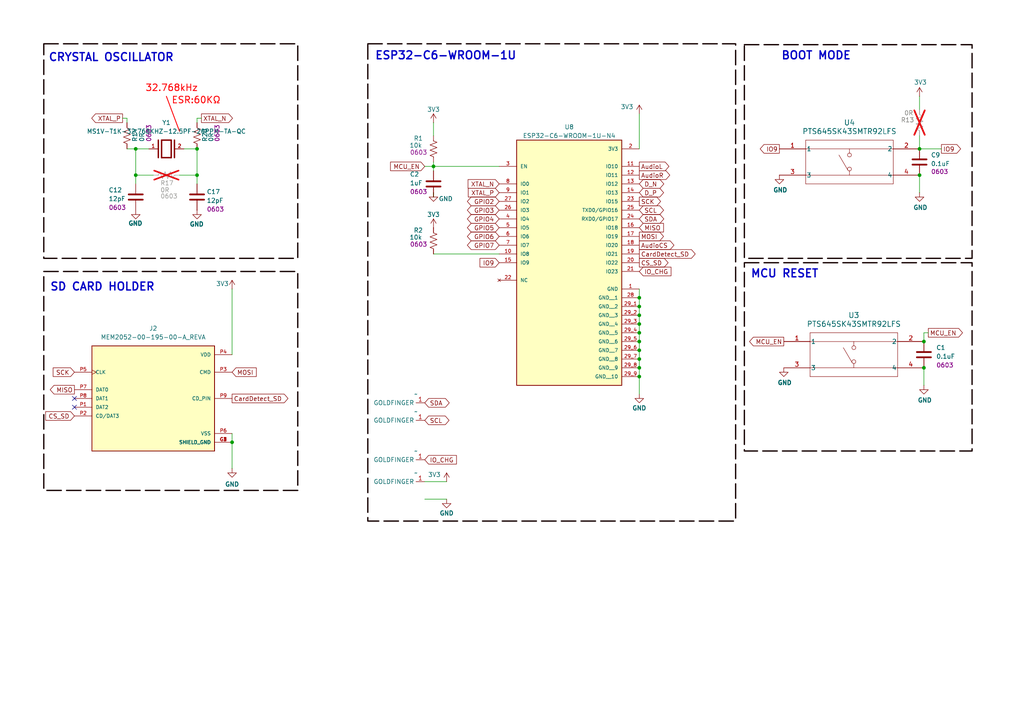
<source format=kicad_sch>
(kicad_sch (version 20250114) (generator "eeschema") (generator_version "9.0")
  (paper "A4")
  (lib_symbols
    (symbol "Device:C" (pin_numbers (hide yes)) (pin_names (offset 0.254))
      (property "Reference" "C" (at 0.635 2.54 0))
      (property "Value" "C" (at 0.635 -2.54 0))
      (symbol "C_0_1"
        (polyline (pts (xy -2.032 0.762) (xy 2.032 0.762)) (stroke (width 0.508)))
        (polyline (pts (xy -2.032 -0.762) (xy 2.032 -0.762)) (stroke (width 0.508)))
      )
      (symbol "C_1_1"
        (pin passive line (at 0 3.81 270) (length 2.794) (name "~") (number "1"))
        (pin passive line (at 0 -3.81 90) (length 2.794) (name "~") (number "2"))
      )
    )
    (symbol "Device:R_US" (pin_numbers (hide yes)) (pin_names (offset 0))
      (property "Reference" "R" (at 2.54 0 90))
      (property "Value" "R_US" (at -2.54 0 90))
      (symbol "R_US_0_1"
        (polyline (pts (xy 0 2.286) (xy 0 2.54)))
        (polyline (pts (xy 0 2.286) (xy 1.016 1.905) (xy 0 1.524) (xy -1.016 1.143) (xy 0 0.762)))
        (polyline (pts (xy 0 0.762) (xy 1.016 0.381) (xy 0 0) (xy -1.016 -0.381) (xy 0 -0.762)))
        (polyline (pts (xy 0 -0.762) (xy 1.016 -1.143) (xy 0 -1.524) (xy -1.016 -1.905) (xy 0 -2.286)))
        (polyline (pts (xy 0 -2.286) (xy 0 -2.54)))
      )
      (symbol "R_US_1_1"
        (pin passive line (at 0 3.81 270) (length 1.27) (name "~") (number "1"))
        (pin passive line (at 0 -3.81 90) (length 1.27) (name "~") (number "2"))
      )
    )
    (symbol "Library:ESP32-C6-WROOM-1U-N4" (pin_names (offset 1.016))
      (property "Reference" "U" (at -15.24 23.622 0))
      (property "Value" "ESP32-C6-WROOM-1U-N4" (at -15.24 -50.8 0))
      (symbol "ESP32-C6-WROOM-1U-N4_0_0"
        (rectangle (start -15.24 -48.26) (end 15.24 22.86) (stroke (width 0.254)) (fill (type background)))
        (pin input line (at -20.32 15.24 0) (length 5.08) (name "EN") (number "3"))
        (pin bidirectional line (at -20.32 10.16 0) (length 5.08) (name "IO0") (number "8"))
        (pin bidirectional line (at -20.32 7.62 0) (length 5.08) (name "IO1") (number "9"))
        (pin bidirectional line (at -20.32 5.08 0) (length 5.08) (name "IO2") (number "27"))
        (pin bidirectional line (at -20.32 2.54 0) (length 5.08) (name "IO3") (number "26"))
        (pin bidirectional line (at -20.32 0 0) (length 5.08) (name "IO4") (number "4"))
        (pin bidirectional line (at -20.32 -2.54 0) (length 5.08) (name "IO5") (number "5"))
        (pin bidirectional line (at -20.32 -5.08 0) (length 5.08) (name "IO6") (number "6"))
        (pin bidirectional line (at -20.32 -7.62 0) (length 5.08) (name "IO7") (number "7"))
        (pin bidirectional line (at -20.32 -10.16 0) (length 5.08) (name "IO8") (number "10"))
        (pin bidirectional line (at -20.32 -12.7 0) (length 5.08) (name "IO9") (number "15"))
        (pin no_connect line (at -20.32 -17.78 0) (length 5.08) (name "NC") (number "22"))
        (pin power_in line (at 20.32 20.32 180) (length 5.08) (name "3V3") (number "2"))
        (pin bidirectional line (at 20.32 15.24 180) (length 5.08) (name "IO10") (number "11"))
        (pin bidirectional line (at 20.32 12.7 180) (length 5.08) (name "IO11") (number "12"))
        (pin bidirectional line (at 20.32 10.16 180) (length 5.08) (name "IO12") (number "13"))
        (pin bidirectional line (at 20.32 7.62 180) (length 5.08) (name "IO13") (number "14"))
        (pin bidirectional line (at 20.32 5.08 180) (length 5.08) (name "IO15") (number "23"))
        (pin bidirectional line (at 20.32 2.54 180) (length 5.08) (name "TXD0/GPIO16") (number "25"))
        (pin bidirectional line (at 20.32 0 180) (length 5.08) (name "RXD0/GPIO17") (number "24"))
        (pin bidirectional line (at 20.32 -2.54 180) (length 5.08) (name "IO18") (number "16"))
        (pin bidirectional line (at 20.32 -5.08 180) (length 5.08) (name "IO19") (number "17"))
        (pin bidirectional line (at 20.32 -7.62 180) (length 5.08) (name "IO20") (number "18"))
        (pin bidirectional line (at 20.32 -10.16 180) (length 5.08) (name "IO21") (number "19"))
        (pin bidirectional line (at 20.32 -12.7 180) (length 5.08) (name "IO22") (number "20"))
        (pin bidirectional line (at 20.32 -15.24 180) (length 5.08) (name "IO23") (number "21"))
        (pin power_in line (at 20.32 -20.32 180) (length 5.08) (name "GND") (number "1"))
        (pin power_in line (at 20.32 -22.86 180) (length 5.08) (name "GND__1") (number "28"))
        (pin power_in line (at 20.32 -25.4 180) (length 5.08) (name "GND__2") (number "29_1"))
        (pin power_in line (at 20.32 -27.94 180) (length 5.08) (name "GND__3") (number "29_2"))
        (pin power_in line (at 20.32 -30.48 180) (length 5.08) (name "GND__4") (number "29_3"))
        (pin power_in line (at 20.32 -33.02 180) (length 5.08) (name "GND__5") (number "29_4"))
        (pin power_in line (at 20.32 -35.56 180) (length 5.08) (name "GND__6") (number "29_5"))
        (pin power_in line (at 20.32 -38.1 180) (length 5.08) (name "GND__7") (number "29_6"))
        (pin power_in line (at 20.32 -40.64 180) (length 5.08) (name "GND__8") (number "29_7"))
        (pin power_in line (at 20.32 -43.18 180) (length 5.08) (name "GND__9") (number "29_8"))
        (pin power_in line (at 20.32 -45.72 180) (length 5.08) (name "GND__10") (number "29_9"))
      )
    )
    (symbol "Library:GoldFingers"
      (symbol "GoldFingers_1_1"
        (pin input line (at 0 0 0) (length 2.54) (name "GOLDFINGER") (number "1"))
      )
    )
    (symbol "Library:MEM2052-00-195-00-A_REVA" (pin_names (offset 1.016))
      (property "Reference" "J" (at -17.78 16.002 0))
      (property "Value" "MEM2052-00-195-00-A_REVA" (at -17.78 -17.78 0))
      (symbol "MEM2052-00-195-00-A_REVA_0_0"
        (rectangle (start -17.78 -15.24) (end 17.78 15.24) (stroke (width 0.254)) (fill (type background)))
        (pin input clock (at -22.86 7.62 0) (length 5.08) (name "CLK") (number "P5"))
        (pin bidirectional line (at -22.86 2.54 0) (length 5.08) (name "DAT0") (number "P7"))
        (pin bidirectional line (at -22.86 0 0) (length 5.08) (name "DAT1") (number "P8"))
        (pin bidirectional line (at -22.86 -2.54 0) (length 5.08) (name "DAT2") (number "P1"))
        (pin bidirectional line (at -22.86 -5.08 0) (length 5.08) (name "CD/DAT3") (number "P2"))
        (pin power_in line (at 22.86 12.7 180) (length 5.08) (name "VDD") (number "P4"))
        (pin bidirectional line (at 22.86 7.62 180) (length 5.08) (name "CMD") (number "P3"))
        (pin passive line (at 22.86 0 180) (length 5.08) (name "CD_PIN") (number "P9"))
        (pin power_in line (at 22.86 -10.16 180) (length 5.08) (name "VSS") (number "P6"))
        (pin power_in line (at 22.86 -12.7 180) (length 5.08) (name "SHIELD_GND") (number "G1"))
        (pin power_in line (at 22.86 -12.7 180) (length 5.08) (name "SHIELD_GND") (number "G2"))
        (pin power_in line (at 22.86 -12.7 180) (length 5.08) (name "SHIELD_GND") (number "G3"))
        (pin power_in line (at 22.86 -12.7 180) (length 5.08) (name "SHIELD_GND") (number "G4"))
      )
    )
    (symbol "Library:MS1V-T1K-32.768KHZ-12.5PF-20PPM-TA-QC" (pin_names (offset 1.016))
      (property "Reference" "Y" (at -5.08 3.81 0))
      (property "Value" "MS1V-T1K-32.768KHZ-12.5PF-20PPM-TA-QC" (at -5.08 -5.08 0))
      (symbol "MS1V-T1K-32.768KHZ-12.5PF-20PPM-TA-QC_0_0"
        (polyline (pts (xy -2.3368 2.54) (xy -2.3368 -2.54)) (stroke (width 0.4064)))
        (polyline (pts (xy -1.397 2.54) (xy -1.397 -2.54)) (stroke (width 0.4064)))
        (polyline (pts (xy -1.397 2.54) (xy 1.397 2.54)) (stroke (width 0.4064)))
        (polyline (pts (xy 1.397 2.54) (xy 1.397 -2.54)) (stroke (width 0.4064)))
        (polyline (pts (xy 1.397 -2.54) (xy -1.397 -2.54)) (stroke (width 0.4064)))
        (polyline (pts (xy 2.3368 2.54) (xy 2.3368 -2.54)) (stroke (width 0.4064)))
        (pin passive line (at -5.08 0 0) (length 2.54) (name "~") (number "1"))
        (pin passive line (at 5.08 0 180) (length 2.54) (name "~") (number "2"))
      )
    )
    (symbol "Library:PTS645SK43SMTR92LFS" (pin_names (offset 0.254))
      (property "Reference" "U" (at 20.32 7.62 0))
      (property "Value" "PTS645SK43SMTR92LFS" (at 20.32 5.08 0))
      (symbol "PTS645SK43SMTR92LFS_0_1"
        (polyline (pts (xy 7.62 2.54) (xy 7.62 -10.16)) (stroke (width 0.127)))
        (polyline (pts (xy 7.62 0) (xy 33.02 0)) (stroke (width 0.127)))
        (polyline (pts (xy 7.62 -7.62) (xy 33.02 -7.62)) (stroke (width 0.127)))
        (polyline (pts (xy 7.62 -10.16) (xy 33.02 -10.16)) (stroke (width 0.127)))
        (polyline (pts (xy 19.812 -6.096) (xy 17.272 -1.778)) (stroke (width 0.127)))
        (polyline (pts (xy 20.32 0) (xy 20.32 -1.27)) (stroke (width 0.127)))
        (circle (center 20.32 -1.778) (radius 0.5588) (stroke (width 0.127)))
        (circle (center 20.32 -5.842) (radius 0.5588) (stroke (width 0.127)))
        (polyline (pts (xy 20.32 -7.62) (xy 20.32 -6.35)) (stroke (width 0.127)))
        (polyline (pts (xy 33.02 2.54) (xy 7.62 2.54)) (stroke (width 0.127)))
        (polyline (pts (xy 33.02 -10.16) (xy 33.02 2.54)) (stroke (width 0.127)))
        (pin unspecified line (at 0 0 0) (length 7.62) (name "1") (number "1"))
        (pin unspecified line (at 0 -7.62 0) (length 7.62) (name "3") (number "3"))
        (pin unspecified line (at 40.64 0 180) (length 7.62) (name "2") (number "2"))
        (pin unspecified line (at 40.64 -7.62 180) (length 7.62) (name "4") (number "4"))
      )
    )
    (symbol "power:+3.3V" (power) (pin_numbers (hide yes)) (pin_names (offset 0) (hide yes))
      (property "Value" "+3.3V" (at 0 3.556 0))
      (symbol "+3.3V_0_1"
        (polyline (pts (xy -0.762 1.27) (xy 0 2.54)))
        (polyline (pts (xy 0 2.54) (xy 0.762 1.27)))
        (polyline (pts (xy 0 0) (xy 0 2.54)))
      )
      (symbol "+3.3V_1_1"
        (pin power_in line (at 0 0 90) (length 0) (name "~") (number "1"))
      )
    )
    (symbol "power:GND" (power) (pin_numbers (hide yes)) (pin_names (offset 0) (hide yes))
      (property "Value" "GND" (at 0 -3.81 0))
      (symbol "GND_0_1"
        (polyline (pts (xy 0 0) (xy 0 -1.27) (xy 1.27 -1.27) (xy 0 -2.54) (xy -1.27 -1.27) (xy 0 -1.27)))
      )
      (symbol "GND_1_1"
        (pin power_in line (at 0 0 270) (length 0) (name "~") (number "1"))
      )
    )
  )
  (rectangle (start 12.7 78.74) (end 86.36 142.24) (stroke (width 0.381) (type dash) (color 20 0 0 1)))
  (rectangle (start 12.7 12.7) (end 86.36 74.93) (stroke (width 0.381) (type dash) (color 20 0 0 1)))
  (rectangle (start 106.68 12.7) (end 213.36 151.13) (stroke (width 0.381) (type dash) (color 20 0 0 1)))
  (rectangle (start 215.9 76.2) (end 281.94 130.81) (stroke (width 0.381) (type dash) (color 20 0 0 1)))
  (rectangle (start 215.9 12.954) (end 281.94 74.93) (stroke (width 0.381) (type dash) (color 20 0 0 1)))
  (text "SD CARD HOLDER" (at 29.718 83.312 0) (effects (font (size 2.286 2.286) (thickness 0.4064) (bold yes))))
  (text "CRYSTAL OSCILLATOR" (at 32.258 16.764 0) (effects (font (size 2.286 2.286) (thickness 0.4064) (bold yes))))
  (text "32.768kHz" (at 49.784 25.654 0) (effects (font (size 1.905 1.905) (thickness 0.254) (bold yes))))
  (text "ESP32-C6-WROOM-1U" (at 129.286 16.256 0) (effects (font (size 2.286 2.286) (thickness 0.4064) (bold yes))))
  (text "MCU RESET\n" (at 227.584 79.502 0) (effects (font (size 2.286 2.286) (thickness 0.4064) (bold yes))))
  (text "ESR:60KΩ" (at 56.896 29.21 0) (effects (font (size 1.905 1.905) (thickness 0.254) (bold yes))))
  (text "BOOT MODE" (at 236.728 16.256 0) (effects (font (size 2.286 2.286) (thickness 0.4064) (bold yes))))
  (junction (at 125.73 48.26))
  (junction (at 266.7 50.8))
  (junction (at 57.15 50.8))
  (junction (at 185.42 101.6))
  (junction (at 185.42 106.68))
  (junction (at 39.37 50.8))
  (junction (at 185.42 86.36))
  (junction (at 185.42 91.44))
  (junction (at 185.42 99.06))
  (junction (at 185.42 88.9))
  (junction (at 39.37 43.18))
  (junction (at 185.42 96.52))
  (junction (at 266.7 43.18))
  (junction (at 67.31 128.27))
  (junction (at 267.97 99.06))
  (junction (at 185.42 93.98))
  (junction (at 185.42 104.14))
  (junction (at 57.15 43.18))
  (junction (at 267.97 106.68))
  (junction (at 185.42 109.22))
  (no_connect (at 21.59 115.57))
  (no_connect (at 21.59 118.11))
  (polyline (pts (xy 52.07 38.1) (xy 48.26 27.94)) (stroke (width 0.254) (type solid) (color 255 0 4 1)))
  (wire (pts (xy 39.37 43.18) (xy 39.37 50.8)))
  (wire (pts (xy 39.37 50.8) (xy 39.37 53.34)))
  (wire (pts (xy 58.42 34.29) (xy 57.15 34.29)))
  (wire (pts (xy 185.42 88.9) (xy 185.42 91.44)))
  (wire (pts (xy 57.15 50.8) (xy 57.15 53.34)))
  (wire (pts (xy 185.42 96.52) (xy 185.42 99.06)))
  (wire (pts (xy 35.56 34.29) (xy 36.83 34.29)))
  (wire (pts (xy 266.7 55.88) (xy 266.7 50.8)))
  (wire (pts (xy 267.97 96.52) (xy 267.97 99.06)))
  (wire (pts (xy 123.19 48.26) (xy 125.73 48.26)))
  (wire (pts (xy 125.73 35.56) (xy 125.73 39.37)))
  (wire (pts (xy 125.73 48.26) (xy 144.78 48.26)))
  (wire (pts (xy 67.31 128.27) (xy 67.31 135.89)))
  (wire (pts (xy 125.73 73.66) (xy 144.78 73.66)))
  (wire (pts (xy 266.7 27.94) (xy 266.7 31.75)))
  (wire (pts (xy 266.7 43.18) (xy 273.05 43.18)))
  (wire (pts (xy 36.83 34.29) (xy 36.83 35.56)))
  (wire (pts (xy 39.37 43.18) (xy 43.18 43.18)))
  (wire (pts (xy 185.42 101.6) (xy 185.42 104.14)))
  (wire (pts (xy 269.24 96.52) (xy 267.97 96.52)))
  (wire (pts (xy 185.42 106.68) (xy 185.42 109.22)))
  (wire (pts (xy 129.54 139.7) (xy 123.19 139.7)))
  (wire (pts (xy 185.42 99.06) (xy 185.42 101.6)))
  (wire (pts (xy 266.7 39.37) (xy 266.7 43.18)))
  (wire (pts (xy 185.42 104.14) (xy 185.42 106.68)))
  (wire (pts (xy 185.42 86.36) (xy 185.42 88.9)))
  (wire (pts (xy 185.42 109.22) (xy 185.42 114.3)))
  (wire (pts (xy 123.19 144.78) (xy 129.54 144.78)))
  (wire (pts (xy 125.73 57.15) (xy 125.73 55.88)))
  (wire (pts (xy 39.37 50.8) (xy 44.45 50.8)))
  (wire (pts (xy 67.31 125.73) (xy 67.31 128.27)))
  (wire (pts (xy 185.42 91.44) (xy 185.42 93.98)))
  (wire (pts (xy 52.07 50.8) (xy 57.15 50.8)))
  (wire (pts (xy 267.97 111.76) (xy 267.97 106.68)))
  (wire (pts (xy 185.42 33.02) (xy 185.42 43.18)))
  (wire (pts (xy 185.42 93.98) (xy 185.42 96.52)))
  (wire (pts (xy 57.15 34.29) (xy 57.15 35.56)))
  (wire (pts (xy 57.15 43.18) (xy 53.34 43.18)))
  (wire (pts (xy 67.31 83.82) (xy 67.31 102.87)))
  (wire (pts (xy 57.15 43.18) (xy 57.15 50.8)))
  (wire (pts (xy 185.42 83.82) (xy 185.42 86.36)))
  (wire (pts (xy 36.83 43.18) (xy 39.37 43.18)))
  (wire (pts (xy 125.73 49.53) (xy 125.73 48.26)))
  (wire (pts (xy 125.73 46.99) (xy 125.73 48.26)))
  (global_label "SDA" (shape bidirectional) (at 185.42 63.5 0) (property "Intersheetrefs" "${INTERSHEET_REFS}" (effects (hide yes))))
  (global_label "AudioL" (shape output) (at 185.42 48.26 0) (property "Intersheetrefs" "${INTERSHEET_REFS}" (effects (hide yes))))
  (global_label "IO9" (shape output) (at 226.06 43.18 180) (property "Intersheetrefs" "${INTERSHEET_REFS}" (effects (hide yes))))
  (global_label "MISO" (shape input) (at 185.42 66.04 0) (property "Intersheetrefs" "${INTERSHEET_REFS}" (effects (hide yes))))
  (global_label "MCU_EN" (shape input) (at 123.19 48.26 180) (property "Intersheetrefs" "${INTERSHEET_REFS}" (effects (hide yes))))
  (global_label "GPIO6" (shape bidirectional) (at 144.78 68.58 180) (property "Intersheetrefs" "${INTERSHEET_REFS}" (effects (hide yes))))
  (global_label "XTAL_N" (shape input) (at 144.78 53.34 180) (property "Intersheetrefs" "${INTERSHEET_REFS}" (effects (hide yes))))
  (global_label "D_N" (shape bidirectional) (at 185.42 53.34 0) (property "Intersheetrefs" "${INTERSHEET_REFS}" (effects (hide yes))))
  (global_label "MOSI" (shape input) (at 67.31 107.95 0) (property "Intersheetrefs" "${INTERSHEET_REFS}" (effects (hide yes))))
  (global_label "SCK" (shape output) (at 185.42 58.42 0) (property "Intersheetrefs" "${INTERSHEET_REFS}" (effects (hide yes))))
  (global_label "CardDetect_SD" (shape output) (at 185.42 73.66 0) (property "Intersheetrefs" "${INTERSHEET_REFS}" (effects (hide yes))))
  (global_label "MISO" (shape output) (at 21.59 113.03 180) (property "Intersheetrefs" "${INTERSHEET_REFS}" (effects (hide yes))))
  (global_label "IO9" (shape output) (at 273.05 43.18 0) (property "Intersheetrefs" "${INTERSHEET_REFS}" (effects (hide yes))))
  (global_label "GPIO7" (shape bidirectional) (at 144.78 71.12 180) (property "Intersheetrefs" "${INTERSHEET_REFS}" (effects (hide yes))))
  (global_label "GPIO4" (shape bidirectional) (at 144.78 63.5 180) (property "Intersheetrefs" "${INTERSHEET_REFS}" (effects (hide yes))))
  (global_label "GPIO3" (shape bidirectional) (at 144.78 60.96 180) (property "Intersheetrefs" "${INTERSHEET_REFS}" (effects (hide yes))))
  (global_label "GPIO5" (shape bidirectional) (at 144.78 66.04 180) (property "Intersheetrefs" "${INTERSHEET_REFS}" (effects (hide yes))))
  (global_label "MCU_EN" (shape output) (at 269.24 96.52 0) (property "Intersheetrefs" "${INTERSHEET_REFS}" (effects (hide yes))))
  (global_label "AudioR" (shape output) (at 185.42 50.8 0) (property "Intersheetrefs" "${INTERSHEET_REFS}" (effects (hide yes))))
  (global_label "IO_CHG" (shape input) (at 185.42 78.74 0) (property "Intersheetrefs" "${INTERSHEET_REFS}" (effects (hide yes))))
  (global_label "XTAL_P" (shape input) (at 144.78 55.88 180) (property "Intersheetrefs" "${INTERSHEET_REFS}" (effects (hide yes))))
  (global_label "CardDetect_SD" (shape output) (at 67.31 115.57 0) (property "Intersheetrefs" "${INTERSHEET_REFS}" (effects (hide yes))))
  (global_label "GPIO2" (shape bidirectional) (at 144.78 58.42 180) (property "Intersheetrefs" "${INTERSHEET_REFS}" (effects (hide yes))))
  (global_label "D_P" (shape bidirectional) (at 185.42 55.88 0) (property "Intersheetrefs" "${INTERSHEET_REFS}" (effects (hide yes))))
  (global_label "SCL" (shape bidirectional) (at 123.19 121.92 0) (property "Intersheetrefs" "${INTERSHEET_REFS}" (effects (hide yes))))
  (global_label "XTAL_N" (shape output) (at 58.42 34.29 0) (property "Intersheetrefs" "${INTERSHEET_REFS}" (effects (hide yes))))
  (global_label "SCK" (shape input) (at 21.59 107.95 180) (property "Intersheetrefs" "${INTERSHEET_REFS}" (effects (hide yes))))
  (global_label "SCL" (shape bidirectional) (at 185.42 60.96 0) (property "Intersheetrefs" "${INTERSHEET_REFS}" (effects (hide yes))))
  (global_label "CS_SD" (shape output) (at 185.42 76.2 0) (property "Intersheetrefs" "${INTERSHEET_REFS}" (effects (hide yes))))
  (global_label "MOSI" (shape output) (at 185.42 68.58 0) (property "Intersheetrefs" "${INTERSHEET_REFS}" (effects (hide yes))))
  (global_label "IO_CHG" (shape input) (at 123.19 133.35 0) (property "Intersheetrefs" "${INTERSHEET_REFS}" (effects (hide yes))))
  (global_label "MCU_EN" (shape output) (at 227.33 99.06 180) (property "Intersheetrefs" "${INTERSHEET_REFS}" (effects (hide yes))))
  (global_label "AudioCS" (shape output) (at 185.42 71.12 0) (property "Intersheetrefs" "${INTERSHEET_REFS}" (effects (hide yes))))
  (global_label "CS_SD" (shape input) (at 21.59 120.65 180) (property "Intersheetrefs" "${INTERSHEET_REFS}" (effects (hide yes))))
  (global_label "IO9" (shape input) (at 144.78 76.2 180) (property "Intersheetrefs" "${INTERSHEET_REFS}" (effects (hide yes))))
  (global_label "SDA" (shape bidirectional) (at 123.19 116.84 0) (property "Intersheetrefs" "${INTERSHEET_REFS}" (effects (hide yes))))
  (global_label "XTAL_P" (shape output) (at 35.56 34.29 180) (property "Intersheetrefs" "${INTERSHEET_REFS}" (effects (hide yes))))
  (symbol (lib_id "power:GND") (at 67.31 135.89 0) (unit 1)
    (property "Reference" "#PWR029" (effects (hide yes)))
    (property "Value" "GND" (at 67.31 140.462 0) (effects (font (bold yes))))
    (property "Description" "Power symbol creates a global label with name \"GND\" , ground" (effects (hide yes)))
  )
  (symbol (lib_id "Device:C") (at 39.37 57.15 0) (unit 1)
    (property "Reference" "C12" (at 31.496 55.118 0) (effects (justify left)))
    (property "Value" "12pF" (at 31.496 57.658 0) (effects (justify left)))
    (property "Footprint" "Capacitor_SMD:C_0603_1608Metric" (effects (hide yes)))
    (property "Description" "Unpolarized capacitor" (effects (hide yes)))
    (property "PCKG" "0603" (at 34.036 60.198 0))
  )
  (symbol (lib_id "Library:MS1V-T1K-32.768KHZ-12.5PF-20PPM-TA-QC") (at 48.26 43.18 0) (unit 1)
    (property "Reference" "Y1" (at 48.26 35.56 0))
    (property "Value" "MS1V-T1K-32.768KHZ-12.5PF-20PPM-TA-QC" (at 48.26 38.1 0))
    (property "Footprint" "Library:XTAL_MS1V-T1K-32.768KHZ-12.5PF-20PPM-TA-QC" (effects (hide yes)))
    (property "PARTREV" "8.2/04.2022" (effects (hide yes)))
    (property "MANUFACTURER" "Micro Crystal" (effects (hide yes)))
    (property "MAXIMUM_PACKAGE_HEIGHT" "2.08mm" (effects (hide yes)))
    (property "STANDARD" "Manufacturer Recommendations" (effects (hide yes)))
  )
  (symbol (lib_id "Device:C") (at 57.15 57.15 0) (unit 1)
    (property "Reference" "C17" (at 59.944 55.626 0) (effects (justify left)))
    (property "Value" "12pF" (at 59.944 58.166 0) (effects (justify left)))
    (property "Footprint" "Capacitor_SMD:C_0603_1608Metric" (effects (hide yes)))
    (property "Description" "Unpolarized capacitor" (effects (hide yes)))
    (property "PCKG" "0603" (at 62.484 60.706 0))
  )
  (symbol (lib_id "Device:R_US") (at 125.73 69.85 180) (unit 1)
    (property "Reference" "R2" (at 122.682 66.802 0) (effects (justify left)))
    (property "Value" "10k" (at 122.428 68.834 0) (effects (justify left)))
    (property "Footprint" "Resistor_SMD:R_0603_1608Metric" (effects (hide yes)))
    (property "Description" "Resistor, US symbol" (effects (hide yes)))
    (property "PCKG" "0603" (at 121.412 70.866 0))
  )
  (symbol (lib_id "power:+3.3V") (at 129.54 139.7 0) (unit 1)
    (property "Reference" "#PWR032" (effects (hide yes)))
    (property "Value" "3V3" (at 125.984 137.668 0))
    (property "Description" "Power symbol creates a global label with name \"+3.3V\"" (effects (hide yes)))
  )
  (symbol (lib_id "Device:C") (at 125.73 53.34 0) (unit 1)
    (property "Reference" "C2" (at 118.872 50.546 0) (effects (justify left)))
    (property "Value" "1uF" (at 118.872 53.086 0) (effects (justify left)))
    (property "Footprint" "Capacitor_SMD:C_0603_1608Metric" (effects (hide yes)))
    (property "Description" "Unpolarized capacitor" (effects (hide yes)))
    (property "PCKG" "0603" (at 121.412 55.626 0))
  )
  (symbol (lib_id "Device:C") (at 266.7 46.99 0) (unit 1)
    (property "Reference" "C9" (at 270.002 44.958 0) (effects (justify left)))
    (property "Value" "0.1uF" (at 270.002 47.498 0) (effects (justify left)))
    (property "Footprint" "Capacitor_SMD:C_0603_1608Metric" (effects (hide yes)))
    (property "Description" "Unpolarized capacitor" (effects (hide yes)))
    (property "PCKG" "0603" (at 272.542 49.784 0))
  )
  (symbol (lib_id "power:+3.3V") (at 125.73 35.56 0) (unit 1)
    (property "Reference" "#PWR062" (effects (hide yes)))
    (property "Value" "3V3" (at 125.73 31.75 0))
    (property "Description" "Power symbol creates a global label with name \"+3.3V\"" (effects (hide yes)))
  )
  (symbol (lib_id "power:+3.3V") (at 67.31 83.82 0) (unit 1)
    (property "Reference" "#PWR017" (effects (hide yes)))
    (property "Value" "3V3" (at 64.516 82.296 0))
    (property "Description" "Power symbol creates a global label with name \"+3.3V\"" (effects (hide yes)))
  )
  (symbol (lib_id "Library:PTS645SK43SMTR92LFS") (at 226.06 43.18 0) (unit 1)
    (property "Reference" "U4" (at 246.38 35.56 0) (effects (font (size 1.524 1.524))))
    (property "Value" "PTS645SK43SMTR92LFS" (at 246.38 38.1 0) (effects (font (size 1.524 1.524))))
    (property "Footprint" "Library:SWITCH_45SK43SMTR92LFS" (effects (hide yes)))
    (property "Datasheet" "PTS645SK43SMTR92LFS" (effects (hide yes)))
  )
  (symbol (lib_id "Library:MEM2052-00-195-00-A_REVA") (at 44.45 115.57 0) (unit 1)
    (property "Reference" "J2" (at 44.45 95.25 0))
    (property "Value" "MEM2052-00-195-00-A_REVA" (at 44.45 97.79 0))
    (property "Footprint" "Library:GCT_MEM2052-00-195-00-A_REVA" (effects (hide yes)))
    (property "MF" "Global Connector Technology" (effects (hide yes)))
    (property "MAXIMUM_PACKAGE_HEIGHT" "1.95 mm" (effects (hide yes)))
    (property "Package" "None" (effects (hide yes)))
    (property "Price" "None" (effects (hide yes)))
    (property "Check_prices" "https://www.snapeda.com/parts/MEM2052-00-195-00-A/Global+Connector+Technology/view-part/?ref=eda" (effects (hide yes)))
    (property "STANDARD" "Manufacturer Recommendations" (effects (hide yes)))
    (property "PARTREV" "A" (effects (hide yes)))
    (property "SnapEDA_Link" "https://www.snapeda.com/parts/MEM2052-00-195-00-A/Global+Connector+Technology/view-part/?ref=snap" (effects (hide yes)))
    (property "MP" "MEM2052-00-195-00-A" (effects (hide yes)))
    (property "Description_1" "MicroSD Push push Memory Card Connector" (effects (hide yes)))
    (property "MANUFACTURER" "Global Connector Technology" (effects (hide yes)))
    (property "Availability" "In Stock" (effects (hide yes)))
    (property "SNAPEDA_PN" "MEM2052-00-195-00-A" (effects (hide yes)))
  )
  (symbol (lib_id "power:+3.3V") (at 185.42 33.02 0) (unit 1)
    (property "Reference" "#PWR073" (effects (hide yes)))
    (property "Value" "3V3" (at 181.864 30.988 0))
    (property "Description" "Power symbol creates a global label with name \"+3.3V\"" (effects (hide yes)))
  )
  (symbol (lib_id "power:+3.3V") (at 266.7 27.94 0) (unit 1)
    (property "Reference" "#PWR068" (effects (hide yes)))
    (property "Value" "3V3" (at 266.954 23.876 0))
    (property "Description" "Power symbol creates a global label with name \"+3.3V\"" (effects (hide yes)))
  )
  (symbol (lib_id "Device:R_US") (at 36.83 39.37 0) (unit 1)
    (property "Reference" "R14" (at 39.116 41.148 90) (effects (justify left)))
    (property "Value" "0R" (at 41.148 41.148 90) (effects (justify left)))
    (property "Footprint" "Resistor_SMD:R_0603_1608Metric" (effects (hide yes)))
    (property "Description" "Resistor, US symbol" (effects (hide yes)))
    (property "PCKG" "0603" (at 43.18 38.608 90))
  )
  (symbol (lib_id "Library:PTS645SK43SMTR92LFS") (at 227.33 99.06 0) (unit 1)
    (property "Reference" "U3" (at 247.65 91.44 0) (effects (font (size 1.524 1.524))))
    (property "Value" "PTS645SK43SMTR92LFS" (at 247.65 93.98 0) (effects (font (size 1.524 1.524))))
    (property "Footprint" "Library:SWITCH_45SK43SMTR92LFS" (effects (hide yes)))
    (property "Datasheet" "PTS645SK43SMTR92LFS" (effects (hide yes)))
  )
  (symbol (lib_id "power:GND") (at 226.06 50.8 0) (unit 1)
    (property "Reference" "#PWR049" (effects (hide yes)))
    (property "Value" "GND" (at 226.314 55.118 0) (effects (font (bold yes))))
    (property "Description" "Power symbol creates a global label with name \"GND\" , ground" (effects (hide yes)))
  )
  (symbol (lib_id "Library:GoldFingers") (at 123.19 139.7 180) (unit 1)
    (property "Reference" "F4" (effects (hide yes)))
    (property "Value" "~" (at 120.65 137.16 0))
    (property "Footprint" "Library:GOLD_FINGERS" (effects (hide yes)))
  )
  (symbol (lib_id "Device:R_US") (at 266.7 35.56 180) (unit 1) (in_bom no) (dnp yes)
    (property "Reference" "R13" (at 265.176 34.798 0) (effects (justify left)))
    (property "Value" "0R" (at 264.922 32.766 0) (effects (justify left)))
    (property "Footprint" "Resistor_SMD:R_0603_1608Metric" (effects (hide yes)))
    (property "Description" "Resistor, US symbol" (effects (hide yes)))
  )
  (symbol (lib_id "power:GND") (at 267.97 111.76 0) (unit 1)
    (property "Reference" "#PWR016" (effects (hide yes)))
    (property "Value" "GND" (at 268.224 116.078 0) (effects (font (bold yes))))
    (property "Description" "Power symbol creates a global label with name \"GND\" , ground" (effects (hide yes)))
  )
  (symbol (lib_id "Device:R_US") (at 57.15 39.37 0) (unit 1)
    (property "Reference" "R20" (at 59.436 41.148 90) (effects (justify left)))
    (property "Value" "0R" (at 61.214 41.148 90) (effects (justify left)))
    (property "Footprint" "Resistor_SMD:R_0603_1608Metric" (effects (hide yes)))
    (property "Description" "Resistor, US symbol" (effects (hide yes)))
    (property "PCKG" "0603" (at 62.992 38.608 90))
  )
  (symbol (lib_id "Library:ESP32-C6-WROOM-1U-N4") (at 165.1 63.5 0) (unit 1)
    (property "Reference" "U8" (at 165.1 36.83 0))
    (property "Value" "ESP32-C6-WROOM-1U-N4" (at 165.1 39.37 0))
    (property "Footprint" "Library:XCVR_ESP32-C6-WROOM-1U-N4" (effects (hide yes)))
    (property "PARTREV" "1.0" (effects (hide yes)))
    (property "STANDARD" "Manufacturer Recommendations" (effects (hide yes)))
    (property "MAXIMUM_PACKAGE_HEIGHT" "3.25mm" (effects (hide yes)))
    (property "MANUFACTURER" "Espressif Systems" (effects (hide yes)))
  )
  (symbol (lib_id "power:GND") (at 266.7 55.88 0) (unit 1)
    (property "Reference" "#PWR069" (effects (hide yes)))
    (property "Value" "GND" (at 266.954 60.198 0) (effects (font (bold yes))))
    (property "Description" "Power symbol creates a global label with name \"GND\" , ground" (effects (hide yes)))
  )
  (symbol (lib_id "power:GND") (at 129.54 144.78 0) (unit 1)
    (property "Reference" "#PWR041" (effects (hide yes)))
    (property "Value" "GND" (at 129.54 148.844 0) (effects (font (bold yes))))
    (property "Description" "Power symbol creates a global label with name \"GND\" , ground" (effects (hide yes)))
  )
  (symbol (lib_id "Library:GoldFingers") (at 123.19 116.84 180) (unit 1)
    (property "Reference" "F1" (effects (hide yes)))
    (property "Value" "~" (at 120.65 114.3 0))
    (property "Footprint" "Library:GOLD_FINGERS" (effects (hide yes)))
  )
  (symbol (lib_id "power:GND") (at 39.37 60.96 0) (unit 1)
    (property "Reference" "#PWR072" (effects (hide yes)))
    (property "Value" "GND" (at 37.084 64.77 0) (effects (font (bold yes)) (justify left)))
    (property "Description" "Power symbol creates a global label with name \"GND\" , ground" (effects (hide yes)))
  )
  (symbol (lib_id "Library:GoldFingers") (at 123.19 121.92 180) (unit 1)
    (property "Reference" "F2" (effects (hide yes)))
    (property "Value" "~" (at 120.65 119.38 0))
    (property "Footprint" "Library:GOLD_FINGERS" (effects (hide yes)))
  )
  (symbol (lib_id "Library:GoldFingers") (at 123.19 133.35 180) (unit 1)
    (property "Reference" "F3" (effects (hide yes)))
    (property "Value" "~" (at 120.65 130.81 0))
    (property "Footprint" "Library:GOLD_FINGERS" (effects (hide yes)))
  )
  (symbol (lib_id "power:GND") (at 125.73 55.88 0) (unit 1)
    (property "Reference" "#PWR064" (effects (hide yes)))
    (property "Value" "GND" (at 129.286 57.658 0))
    (property "Description" "Power symbol creates a global label with name \"GND\" , ground" (effects (hide yes)))
  )
  (symbol (lib_id "power:GND") (at 185.42 114.3 0) (unit 1)
    (property "Reference" "#PWR074" (effects (hide yes)))
    (property "Value" "GND" (at 185.42 118.364 0) (effects (font (bold yes))))
    (property "Description" "Power symbol creates a global label with name \"GND\" , ground" (effects (hide yes)))
  )
  (symbol (lib_id "Device:R_US") (at 48.26 50.8 270) (unit 1) (in_bom no) (dnp yes)
    (property "Reference" "R17" (at 46.482 53.086 90) (effects (justify left)))
    (property "Value" "0R" (at 46.482 55.118 90) (effects (justify left)))
    (property "Footprint" "Resistor_SMD:R_0603_1608Metric" (effects (hide yes)))
    (property "Description" "Resistor, US symbol" (effects (hide yes)))
    (property "PCKG" "0603" (at 49.022 56.896 90))
  )
  (symbol (lib_id "Device:C") (at 267.97 102.87 0) (unit 1)
    (property "Reference" "C1" (at 271.526 100.838 0) (effects (justify left)))
    (property "Value" "0.1uF" (at 271.526 103.378 0) (effects (justify left)))
    (property "Footprint" "Capacitor_SMD:C_0603_1608Metric" (effects (hide yes)))
    (property "Description" "Unpolarized capacitor" (effects (hide yes)))
    (property "PCKG" "0603" (at 274.066 105.918 0))
  )
  (symbol (lib_id "power:+3.3V") (at 125.73 66.04 0) (unit 1)
    (property "Reference" "#PWR065" (effects (hide yes)))
    (property "Value" "3V3" (at 125.73 62.23 0))
    (property "Description" "Power symbol creates a global label with name \"+3.3V\"" (effects (hide yes)))
  )
  (symbol (lib_id "Device:R_US") (at 125.73 43.18 180) (unit 1)
    (property "Reference" "R1" (at 122.682 40.132 0) (effects (justify left)))
    (property "Value" "10k" (at 122.428 42.164 0) (effects (justify left)))
    (property "Footprint" "Resistor_SMD:R_0603_1608Metric" (effects (hide yes)))
    (property "Description" "Resistor, US symbol" (effects (hide yes)))
    (property "PCKG" "0603" (at 121.412 44.196 0))
  )
  (symbol (lib_id "power:GND") (at 227.33 106.68 0) (unit 1)
    (property "Reference" "#PWR015" (effects (hide yes)))
    (property "Value" "GND" (at 227.584 110.998 0) (effects (font (bold yes))))
    (property "Description" "Power symbol creates a global label with name \"GND\" , ground" (effects (hide yes)))
  )
  (symbol (lib_id "power:GND") (at 57.15 60.96 0) (unit 1)
    (property "Reference" "#PWR076" (effects (hide yes)))
    (property "Value" "GND" (at 54.864 65.024 0) (effects (font (bold yes)) (justify left)))
    (property "Description" "Power symbol creates a global label with name \"GND\" , ground" (effects (hide yes)))
  )
)
</source>
